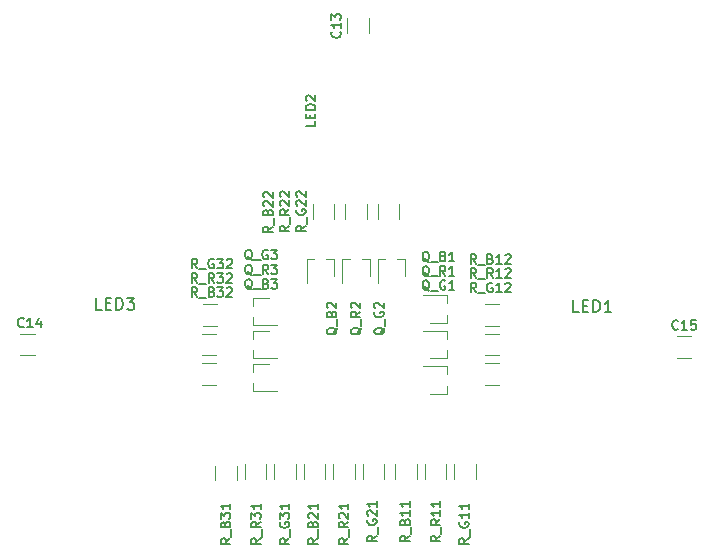
<source format=gto>
G04 #@! TF.GenerationSoftware,KiCad,Pcbnew,5.1.6*
G04 #@! TF.CreationDate,2020-08-29T17:23:06+02:00*
G04 #@! TF.ProjectId,ESP32_lamp,45535033-325f-46c6-916d-702e6b696361,rev?*
G04 #@! TF.SameCoordinates,Original*
G04 #@! TF.FileFunction,Legend,Top*
G04 #@! TF.FilePolarity,Positive*
%FSLAX46Y46*%
G04 Gerber Fmt 4.6, Leading zero omitted, Abs format (unit mm)*
G04 Created by KiCad (PCBNEW 5.1.6) date 2020-08-29 17:23:06*
%MOMM*%
%LPD*%
G01*
G04 APERTURE LIST*
%ADD10C,0.120000*%
%ADD11C,0.150000*%
G04 APERTURE END LIST*
D10*
X182197936Y-111110000D02*
X183402064Y-111110000D01*
X182197936Y-109290000D02*
X183402064Y-109290000D01*
X127802064Y-109090000D02*
X126597936Y-109090000D01*
X127802064Y-110910000D02*
X126597936Y-110910000D01*
X156110000Y-83602064D02*
X156110000Y-82397936D01*
X154290000Y-83602064D02*
X154290000Y-82397936D01*
X154090000Y-99352064D02*
X154090000Y-98147936D01*
X155910000Y-99352064D02*
X155910000Y-98147936D01*
X154910000Y-120147936D02*
X154910000Y-121352064D01*
X153090000Y-120147936D02*
X153090000Y-121352064D01*
X165897936Y-109090000D02*
X167102064Y-109090000D01*
X165897936Y-110910000D02*
X167102064Y-110910000D01*
X162660000Y-120147936D02*
X162660000Y-121352064D01*
X160840000Y-120147936D02*
X160840000Y-121352064D01*
X156840000Y-99352064D02*
X156840000Y-98147936D01*
X158660000Y-99352064D02*
X158660000Y-98147936D01*
X157410000Y-120147936D02*
X157410000Y-121352064D01*
X155590000Y-120147936D02*
X155590000Y-121352064D01*
X165897936Y-111590000D02*
X167102064Y-111590000D01*
X165897936Y-113410000D02*
X167102064Y-113410000D01*
X165160000Y-120147936D02*
X165160000Y-121352064D01*
X163340000Y-120147936D02*
X163340000Y-121352064D01*
X151340000Y-99352064D02*
X151340000Y-98147936D01*
X153160000Y-99352064D02*
X153160000Y-98147936D01*
X152410000Y-120147936D02*
X152410000Y-121352064D01*
X150590000Y-120147936D02*
X150590000Y-121352064D01*
X165897936Y-106590000D02*
X167102064Y-106590000D01*
X165897936Y-108410000D02*
X167102064Y-108410000D01*
X160160000Y-120147936D02*
X160160000Y-121352064D01*
X158340000Y-120147936D02*
X158340000Y-121352064D01*
X143252064Y-108410000D02*
X142047936Y-108410000D01*
X143252064Y-106590000D02*
X142047936Y-106590000D01*
X143202064Y-110910000D02*
X141997936Y-110910000D01*
X143202064Y-109090000D02*
X141997936Y-109090000D01*
X143202064Y-113410000D02*
X141997936Y-113410000D01*
X143202064Y-111590000D02*
X141997936Y-111590000D01*
X149910000Y-120147936D02*
X149910000Y-121352064D01*
X148090000Y-120147936D02*
X148090000Y-121352064D01*
X147410000Y-120147936D02*
X147410000Y-121352064D01*
X145590000Y-120147936D02*
X145590000Y-121352064D01*
X144910000Y-120247936D02*
X144910000Y-121452064D01*
X143090000Y-120247936D02*
X143090000Y-121452064D01*
X155500000Y-102770000D02*
X156160000Y-102770000D01*
X153840000Y-102770000D02*
X154500000Y-102770000D01*
X153840000Y-102770000D02*
X153840000Y-104800000D01*
X156160000Y-104180000D02*
X156160000Y-102770000D01*
X162730000Y-110500000D02*
X162730000Y-111160000D01*
X162730000Y-108840000D02*
X162730000Y-109500000D01*
X162730000Y-108840000D02*
X160700000Y-108840000D01*
X161320000Y-111160000D02*
X162730000Y-111160000D01*
X158500000Y-102770000D02*
X159160000Y-102770000D01*
X156840000Y-102770000D02*
X157500000Y-102770000D01*
X156840000Y-102770000D02*
X156840000Y-104800000D01*
X159160000Y-104180000D02*
X159160000Y-102770000D01*
X162730000Y-113500000D02*
X162730000Y-114160000D01*
X162730000Y-111840000D02*
X162730000Y-112500000D01*
X162730000Y-111840000D02*
X160700000Y-111840000D01*
X161320000Y-114160000D02*
X162730000Y-114160000D01*
X152500000Y-102770000D02*
X153160000Y-102770000D01*
X150840000Y-102770000D02*
X151500000Y-102770000D01*
X150840000Y-102770000D02*
X150840000Y-104800000D01*
X153160000Y-104180000D02*
X153160000Y-102770000D01*
X162730000Y-107500000D02*
X162730000Y-108160000D01*
X162730000Y-105840000D02*
X162730000Y-106500000D01*
X162730000Y-105840000D02*
X160700000Y-105840000D01*
X161320000Y-108160000D02*
X162730000Y-108160000D01*
X146270000Y-106700000D02*
X146270000Y-106040000D01*
X146270000Y-108360000D02*
X146270000Y-107700000D01*
X146270000Y-108360000D02*
X148300000Y-108360000D01*
X147680000Y-106040000D02*
X146270000Y-106040000D01*
X146270000Y-109500000D02*
X146270000Y-108840000D01*
X146270000Y-111160000D02*
X146270000Y-110500000D01*
X146270000Y-111160000D02*
X148300000Y-111160000D01*
X147680000Y-108840000D02*
X146270000Y-108840000D01*
X146270000Y-112300000D02*
X146270000Y-111640000D01*
X146270000Y-113960000D02*
X146270000Y-113300000D01*
X146270000Y-113960000D02*
X148300000Y-113960000D01*
X147680000Y-111640000D02*
X146270000Y-111640000D01*
D11*
X133480952Y-107052380D02*
X133004761Y-107052380D01*
X133004761Y-106052380D01*
X133814285Y-106528571D02*
X134147619Y-106528571D01*
X134290476Y-107052380D02*
X133814285Y-107052380D01*
X133814285Y-106052380D01*
X134290476Y-106052380D01*
X134719047Y-107052380D02*
X134719047Y-106052380D01*
X134957142Y-106052380D01*
X135100000Y-106100000D01*
X135195238Y-106195238D01*
X135242857Y-106290476D01*
X135290476Y-106480952D01*
X135290476Y-106623809D01*
X135242857Y-106814285D01*
X135195238Y-106909523D01*
X135100000Y-107004761D01*
X134957142Y-107052380D01*
X134719047Y-107052380D01*
X135623809Y-106052380D02*
X136242857Y-106052380D01*
X135909523Y-106433333D01*
X136052380Y-106433333D01*
X136147619Y-106480952D01*
X136195238Y-106528571D01*
X136242857Y-106623809D01*
X136242857Y-106861904D01*
X136195238Y-106957142D01*
X136147619Y-107004761D01*
X136052380Y-107052380D01*
X135766666Y-107052380D01*
X135671428Y-107004761D01*
X135623809Y-106957142D01*
X173880952Y-107252380D02*
X173404761Y-107252380D01*
X173404761Y-106252380D01*
X174214285Y-106728571D02*
X174547619Y-106728571D01*
X174690476Y-107252380D02*
X174214285Y-107252380D01*
X174214285Y-106252380D01*
X174690476Y-106252380D01*
X175119047Y-107252380D02*
X175119047Y-106252380D01*
X175357142Y-106252380D01*
X175500000Y-106300000D01*
X175595238Y-106395238D01*
X175642857Y-106490476D01*
X175690476Y-106680952D01*
X175690476Y-106823809D01*
X175642857Y-107014285D01*
X175595238Y-107109523D01*
X175500000Y-107204761D01*
X175357142Y-107252380D01*
X175119047Y-107252380D01*
X176642857Y-107252380D02*
X176071428Y-107252380D01*
X176357142Y-107252380D02*
X176357142Y-106252380D01*
X176261904Y-106395238D01*
X176166666Y-106490476D01*
X176071428Y-106538095D01*
X151561904Y-91095238D02*
X151561904Y-91476190D01*
X150761904Y-91476190D01*
X151142857Y-90828571D02*
X151142857Y-90561904D01*
X151561904Y-90447619D02*
X151561904Y-90828571D01*
X150761904Y-90828571D01*
X150761904Y-90447619D01*
X151561904Y-90104761D02*
X150761904Y-90104761D01*
X150761904Y-89914285D01*
X150800000Y-89800000D01*
X150876190Y-89723809D01*
X150952380Y-89685714D01*
X151104761Y-89647619D01*
X151219047Y-89647619D01*
X151371428Y-89685714D01*
X151447619Y-89723809D01*
X151523809Y-89800000D01*
X151561904Y-89914285D01*
X151561904Y-90104761D01*
X150838095Y-89342857D02*
X150800000Y-89304761D01*
X150761904Y-89228571D01*
X150761904Y-89038095D01*
X150800000Y-88961904D01*
X150838095Y-88923809D01*
X150914285Y-88885714D01*
X150990476Y-88885714D01*
X151104761Y-88923809D01*
X151561904Y-89380952D01*
X151561904Y-88885714D01*
X182285714Y-108665714D02*
X182247619Y-108703809D01*
X182133333Y-108741904D01*
X182057142Y-108741904D01*
X181942857Y-108703809D01*
X181866666Y-108627619D01*
X181828571Y-108551428D01*
X181790476Y-108399047D01*
X181790476Y-108284761D01*
X181828571Y-108132380D01*
X181866666Y-108056190D01*
X181942857Y-107980000D01*
X182057142Y-107941904D01*
X182133333Y-107941904D01*
X182247619Y-107980000D01*
X182285714Y-108018095D01*
X183047619Y-108741904D02*
X182590476Y-108741904D01*
X182819047Y-108741904D02*
X182819047Y-107941904D01*
X182742857Y-108056190D01*
X182666666Y-108132380D01*
X182590476Y-108170476D01*
X183771428Y-107941904D02*
X183390476Y-107941904D01*
X183352380Y-108322857D01*
X183390476Y-108284761D01*
X183466666Y-108246666D01*
X183657142Y-108246666D01*
X183733333Y-108284761D01*
X183771428Y-108322857D01*
X183809523Y-108399047D01*
X183809523Y-108589523D01*
X183771428Y-108665714D01*
X183733333Y-108703809D01*
X183657142Y-108741904D01*
X183466666Y-108741904D01*
X183390476Y-108703809D01*
X183352380Y-108665714D01*
X126885714Y-108485714D02*
X126847619Y-108523809D01*
X126733333Y-108561904D01*
X126657142Y-108561904D01*
X126542857Y-108523809D01*
X126466666Y-108447619D01*
X126428571Y-108371428D01*
X126390476Y-108219047D01*
X126390476Y-108104761D01*
X126428571Y-107952380D01*
X126466666Y-107876190D01*
X126542857Y-107800000D01*
X126657142Y-107761904D01*
X126733333Y-107761904D01*
X126847619Y-107800000D01*
X126885714Y-107838095D01*
X127647619Y-108561904D02*
X127190476Y-108561904D01*
X127419047Y-108561904D02*
X127419047Y-107761904D01*
X127342857Y-107876190D01*
X127266666Y-107952380D01*
X127190476Y-107990476D01*
X128333333Y-108028571D02*
X128333333Y-108561904D01*
X128142857Y-107723809D02*
X127952380Y-108295238D01*
X128447619Y-108295238D01*
X153665714Y-83514285D02*
X153703809Y-83552380D01*
X153741904Y-83666666D01*
X153741904Y-83742857D01*
X153703809Y-83857142D01*
X153627619Y-83933333D01*
X153551428Y-83971428D01*
X153399047Y-84009523D01*
X153284761Y-84009523D01*
X153132380Y-83971428D01*
X153056190Y-83933333D01*
X152980000Y-83857142D01*
X152941904Y-83742857D01*
X152941904Y-83666666D01*
X152980000Y-83552380D01*
X153018095Y-83514285D01*
X153741904Y-82752380D02*
X153741904Y-83209523D01*
X153741904Y-82980952D02*
X152941904Y-82980952D01*
X153056190Y-83057142D01*
X153132380Y-83133333D01*
X153170476Y-83209523D01*
X152941904Y-82485714D02*
X152941904Y-81990476D01*
X153246666Y-82257142D01*
X153246666Y-82142857D01*
X153284761Y-82066666D01*
X153322857Y-82028571D01*
X153399047Y-81990476D01*
X153589523Y-81990476D01*
X153665714Y-82028571D01*
X153703809Y-82066666D01*
X153741904Y-82142857D01*
X153741904Y-82371428D01*
X153703809Y-82447619D01*
X153665714Y-82485714D01*
X149361904Y-99969047D02*
X148980952Y-100235714D01*
X149361904Y-100426190D02*
X148561904Y-100426190D01*
X148561904Y-100121428D01*
X148600000Y-100045238D01*
X148638095Y-100007142D01*
X148714285Y-99969047D01*
X148828571Y-99969047D01*
X148904761Y-100007142D01*
X148942857Y-100045238D01*
X148980952Y-100121428D01*
X148980952Y-100426190D01*
X149438095Y-99816666D02*
X149438095Y-99207142D01*
X149361904Y-98559523D02*
X148980952Y-98826190D01*
X149361904Y-99016666D02*
X148561904Y-99016666D01*
X148561904Y-98711904D01*
X148600000Y-98635714D01*
X148638095Y-98597619D01*
X148714285Y-98559523D01*
X148828571Y-98559523D01*
X148904761Y-98597619D01*
X148942857Y-98635714D01*
X148980952Y-98711904D01*
X148980952Y-99016666D01*
X148638095Y-98254761D02*
X148600000Y-98216666D01*
X148561904Y-98140476D01*
X148561904Y-97950000D01*
X148600000Y-97873809D01*
X148638095Y-97835714D01*
X148714285Y-97797619D01*
X148790476Y-97797619D01*
X148904761Y-97835714D01*
X149361904Y-98292857D01*
X149361904Y-97797619D01*
X148638095Y-97492857D02*
X148600000Y-97454761D01*
X148561904Y-97378571D01*
X148561904Y-97188095D01*
X148600000Y-97111904D01*
X148638095Y-97073809D01*
X148714285Y-97035714D01*
X148790476Y-97035714D01*
X148904761Y-97073809D01*
X149361904Y-97530952D01*
X149361904Y-97035714D01*
X154361904Y-126419047D02*
X153980952Y-126685714D01*
X154361904Y-126876190D02*
X153561904Y-126876190D01*
X153561904Y-126571428D01*
X153600000Y-126495238D01*
X153638095Y-126457142D01*
X153714285Y-126419047D01*
X153828571Y-126419047D01*
X153904761Y-126457142D01*
X153942857Y-126495238D01*
X153980952Y-126571428D01*
X153980952Y-126876190D01*
X154438095Y-126266666D02*
X154438095Y-125657142D01*
X154361904Y-125009523D02*
X153980952Y-125276190D01*
X154361904Y-125466666D02*
X153561904Y-125466666D01*
X153561904Y-125161904D01*
X153600000Y-125085714D01*
X153638095Y-125047619D01*
X153714285Y-125009523D01*
X153828571Y-125009523D01*
X153904761Y-125047619D01*
X153942857Y-125085714D01*
X153980952Y-125161904D01*
X153980952Y-125466666D01*
X153638095Y-124704761D02*
X153600000Y-124666666D01*
X153561904Y-124590476D01*
X153561904Y-124400000D01*
X153600000Y-124323809D01*
X153638095Y-124285714D01*
X153714285Y-124247619D01*
X153790476Y-124247619D01*
X153904761Y-124285714D01*
X154361904Y-124742857D01*
X154361904Y-124247619D01*
X154361904Y-123485714D02*
X154361904Y-123942857D01*
X154361904Y-123714285D02*
X153561904Y-123714285D01*
X153676190Y-123790476D01*
X153752380Y-123866666D01*
X153790476Y-123942857D01*
X165180952Y-104361904D02*
X164914285Y-103980952D01*
X164723809Y-104361904D02*
X164723809Y-103561904D01*
X165028571Y-103561904D01*
X165104761Y-103600000D01*
X165142857Y-103638095D01*
X165180952Y-103714285D01*
X165180952Y-103828571D01*
X165142857Y-103904761D01*
X165104761Y-103942857D01*
X165028571Y-103980952D01*
X164723809Y-103980952D01*
X165333333Y-104438095D02*
X165942857Y-104438095D01*
X166590476Y-104361904D02*
X166323809Y-103980952D01*
X166133333Y-104361904D02*
X166133333Y-103561904D01*
X166438095Y-103561904D01*
X166514285Y-103600000D01*
X166552380Y-103638095D01*
X166590476Y-103714285D01*
X166590476Y-103828571D01*
X166552380Y-103904761D01*
X166514285Y-103942857D01*
X166438095Y-103980952D01*
X166133333Y-103980952D01*
X167352380Y-104361904D02*
X166895238Y-104361904D01*
X167123809Y-104361904D02*
X167123809Y-103561904D01*
X167047619Y-103676190D01*
X166971428Y-103752380D01*
X166895238Y-103790476D01*
X167657142Y-103638095D02*
X167695238Y-103600000D01*
X167771428Y-103561904D01*
X167961904Y-103561904D01*
X168038095Y-103600000D01*
X168076190Y-103638095D01*
X168114285Y-103714285D01*
X168114285Y-103790476D01*
X168076190Y-103904761D01*
X167619047Y-104361904D01*
X168114285Y-104361904D01*
X162161904Y-126219047D02*
X161780952Y-126485714D01*
X162161904Y-126676190D02*
X161361904Y-126676190D01*
X161361904Y-126371428D01*
X161400000Y-126295238D01*
X161438095Y-126257142D01*
X161514285Y-126219047D01*
X161628571Y-126219047D01*
X161704761Y-126257142D01*
X161742857Y-126295238D01*
X161780952Y-126371428D01*
X161780952Y-126676190D01*
X162238095Y-126066666D02*
X162238095Y-125457142D01*
X162161904Y-124809523D02*
X161780952Y-125076190D01*
X162161904Y-125266666D02*
X161361904Y-125266666D01*
X161361904Y-124961904D01*
X161400000Y-124885714D01*
X161438095Y-124847619D01*
X161514285Y-124809523D01*
X161628571Y-124809523D01*
X161704761Y-124847619D01*
X161742857Y-124885714D01*
X161780952Y-124961904D01*
X161780952Y-125266666D01*
X162161904Y-124047619D02*
X162161904Y-124504761D01*
X162161904Y-124276190D02*
X161361904Y-124276190D01*
X161476190Y-124352380D01*
X161552380Y-124428571D01*
X161590476Y-124504761D01*
X162161904Y-123285714D02*
X162161904Y-123742857D01*
X162161904Y-123514285D02*
X161361904Y-123514285D01*
X161476190Y-123590476D01*
X161552380Y-123666666D01*
X161590476Y-123742857D01*
X150761904Y-99969047D02*
X150380952Y-100235714D01*
X150761904Y-100426190D02*
X149961904Y-100426190D01*
X149961904Y-100121428D01*
X150000000Y-100045238D01*
X150038095Y-100007142D01*
X150114285Y-99969047D01*
X150228571Y-99969047D01*
X150304761Y-100007142D01*
X150342857Y-100045238D01*
X150380952Y-100121428D01*
X150380952Y-100426190D01*
X150838095Y-99816666D02*
X150838095Y-99207142D01*
X150000000Y-98597619D02*
X149961904Y-98673809D01*
X149961904Y-98788095D01*
X150000000Y-98902380D01*
X150076190Y-98978571D01*
X150152380Y-99016666D01*
X150304761Y-99054761D01*
X150419047Y-99054761D01*
X150571428Y-99016666D01*
X150647619Y-98978571D01*
X150723809Y-98902380D01*
X150761904Y-98788095D01*
X150761904Y-98711904D01*
X150723809Y-98597619D01*
X150685714Y-98559523D01*
X150419047Y-98559523D01*
X150419047Y-98711904D01*
X150038095Y-98254761D02*
X150000000Y-98216666D01*
X149961904Y-98140476D01*
X149961904Y-97950000D01*
X150000000Y-97873809D01*
X150038095Y-97835714D01*
X150114285Y-97797619D01*
X150190476Y-97797619D01*
X150304761Y-97835714D01*
X150761904Y-98292857D01*
X150761904Y-97797619D01*
X150038095Y-97492857D02*
X150000000Y-97454761D01*
X149961904Y-97378571D01*
X149961904Y-97188095D01*
X150000000Y-97111904D01*
X150038095Y-97073809D01*
X150114285Y-97035714D01*
X150190476Y-97035714D01*
X150304761Y-97073809D01*
X150761904Y-97530952D01*
X150761904Y-97035714D01*
X156761904Y-126219047D02*
X156380952Y-126485714D01*
X156761904Y-126676190D02*
X155961904Y-126676190D01*
X155961904Y-126371428D01*
X156000000Y-126295238D01*
X156038095Y-126257142D01*
X156114285Y-126219047D01*
X156228571Y-126219047D01*
X156304761Y-126257142D01*
X156342857Y-126295238D01*
X156380952Y-126371428D01*
X156380952Y-126676190D01*
X156838095Y-126066666D02*
X156838095Y-125457142D01*
X156000000Y-124847619D02*
X155961904Y-124923809D01*
X155961904Y-125038095D01*
X156000000Y-125152380D01*
X156076190Y-125228571D01*
X156152380Y-125266666D01*
X156304761Y-125304761D01*
X156419047Y-125304761D01*
X156571428Y-125266666D01*
X156647619Y-125228571D01*
X156723809Y-125152380D01*
X156761904Y-125038095D01*
X156761904Y-124961904D01*
X156723809Y-124847619D01*
X156685714Y-124809523D01*
X156419047Y-124809523D01*
X156419047Y-124961904D01*
X156038095Y-124504761D02*
X156000000Y-124466666D01*
X155961904Y-124390476D01*
X155961904Y-124200000D01*
X156000000Y-124123809D01*
X156038095Y-124085714D01*
X156114285Y-124047619D01*
X156190476Y-124047619D01*
X156304761Y-124085714D01*
X156761904Y-124542857D01*
X156761904Y-124047619D01*
X156761904Y-123285714D02*
X156761904Y-123742857D01*
X156761904Y-123514285D02*
X155961904Y-123514285D01*
X156076190Y-123590476D01*
X156152380Y-123666666D01*
X156190476Y-123742857D01*
X165180952Y-105561904D02*
X164914285Y-105180952D01*
X164723809Y-105561904D02*
X164723809Y-104761904D01*
X165028571Y-104761904D01*
X165104761Y-104800000D01*
X165142857Y-104838095D01*
X165180952Y-104914285D01*
X165180952Y-105028571D01*
X165142857Y-105104761D01*
X165104761Y-105142857D01*
X165028571Y-105180952D01*
X164723809Y-105180952D01*
X165333333Y-105638095D02*
X165942857Y-105638095D01*
X166552380Y-104800000D02*
X166476190Y-104761904D01*
X166361904Y-104761904D01*
X166247619Y-104800000D01*
X166171428Y-104876190D01*
X166133333Y-104952380D01*
X166095238Y-105104761D01*
X166095238Y-105219047D01*
X166133333Y-105371428D01*
X166171428Y-105447619D01*
X166247619Y-105523809D01*
X166361904Y-105561904D01*
X166438095Y-105561904D01*
X166552380Y-105523809D01*
X166590476Y-105485714D01*
X166590476Y-105219047D01*
X166438095Y-105219047D01*
X167352380Y-105561904D02*
X166895238Y-105561904D01*
X167123809Y-105561904D02*
X167123809Y-104761904D01*
X167047619Y-104876190D01*
X166971428Y-104952380D01*
X166895238Y-104990476D01*
X167657142Y-104838095D02*
X167695238Y-104800000D01*
X167771428Y-104761904D01*
X167961904Y-104761904D01*
X168038095Y-104800000D01*
X168076190Y-104838095D01*
X168114285Y-104914285D01*
X168114285Y-104990476D01*
X168076190Y-105104761D01*
X167619047Y-105561904D01*
X168114285Y-105561904D01*
X164561904Y-126419047D02*
X164180952Y-126685714D01*
X164561904Y-126876190D02*
X163761904Y-126876190D01*
X163761904Y-126571428D01*
X163800000Y-126495238D01*
X163838095Y-126457142D01*
X163914285Y-126419047D01*
X164028571Y-126419047D01*
X164104761Y-126457142D01*
X164142857Y-126495238D01*
X164180952Y-126571428D01*
X164180952Y-126876190D01*
X164638095Y-126266666D02*
X164638095Y-125657142D01*
X163800000Y-125047619D02*
X163761904Y-125123809D01*
X163761904Y-125238095D01*
X163800000Y-125352380D01*
X163876190Y-125428571D01*
X163952380Y-125466666D01*
X164104761Y-125504761D01*
X164219047Y-125504761D01*
X164371428Y-125466666D01*
X164447619Y-125428571D01*
X164523809Y-125352380D01*
X164561904Y-125238095D01*
X164561904Y-125161904D01*
X164523809Y-125047619D01*
X164485714Y-125009523D01*
X164219047Y-125009523D01*
X164219047Y-125161904D01*
X164561904Y-124247619D02*
X164561904Y-124704761D01*
X164561904Y-124476190D02*
X163761904Y-124476190D01*
X163876190Y-124552380D01*
X163952380Y-124628571D01*
X163990476Y-124704761D01*
X164561904Y-123485714D02*
X164561904Y-123942857D01*
X164561904Y-123714285D02*
X163761904Y-123714285D01*
X163876190Y-123790476D01*
X163952380Y-123866666D01*
X163990476Y-123942857D01*
X147961904Y-100019047D02*
X147580952Y-100285714D01*
X147961904Y-100476190D02*
X147161904Y-100476190D01*
X147161904Y-100171428D01*
X147200000Y-100095238D01*
X147238095Y-100057142D01*
X147314285Y-100019047D01*
X147428571Y-100019047D01*
X147504761Y-100057142D01*
X147542857Y-100095238D01*
X147580952Y-100171428D01*
X147580952Y-100476190D01*
X148038095Y-99866666D02*
X148038095Y-99257142D01*
X147542857Y-98800000D02*
X147580952Y-98685714D01*
X147619047Y-98647619D01*
X147695238Y-98609523D01*
X147809523Y-98609523D01*
X147885714Y-98647619D01*
X147923809Y-98685714D01*
X147961904Y-98761904D01*
X147961904Y-99066666D01*
X147161904Y-99066666D01*
X147161904Y-98800000D01*
X147200000Y-98723809D01*
X147238095Y-98685714D01*
X147314285Y-98647619D01*
X147390476Y-98647619D01*
X147466666Y-98685714D01*
X147504761Y-98723809D01*
X147542857Y-98800000D01*
X147542857Y-99066666D01*
X147238095Y-98304761D02*
X147200000Y-98266666D01*
X147161904Y-98190476D01*
X147161904Y-98000000D01*
X147200000Y-97923809D01*
X147238095Y-97885714D01*
X147314285Y-97847619D01*
X147390476Y-97847619D01*
X147504761Y-97885714D01*
X147961904Y-98342857D01*
X147961904Y-97847619D01*
X147238095Y-97542857D02*
X147200000Y-97504761D01*
X147161904Y-97428571D01*
X147161904Y-97238095D01*
X147200000Y-97161904D01*
X147238095Y-97123809D01*
X147314285Y-97085714D01*
X147390476Y-97085714D01*
X147504761Y-97123809D01*
X147961904Y-97580952D01*
X147961904Y-97085714D01*
X151761904Y-126419047D02*
X151380952Y-126685714D01*
X151761904Y-126876190D02*
X150961904Y-126876190D01*
X150961904Y-126571428D01*
X151000000Y-126495238D01*
X151038095Y-126457142D01*
X151114285Y-126419047D01*
X151228571Y-126419047D01*
X151304761Y-126457142D01*
X151342857Y-126495238D01*
X151380952Y-126571428D01*
X151380952Y-126876190D01*
X151838095Y-126266666D02*
X151838095Y-125657142D01*
X151342857Y-125200000D02*
X151380952Y-125085714D01*
X151419047Y-125047619D01*
X151495238Y-125009523D01*
X151609523Y-125009523D01*
X151685714Y-125047619D01*
X151723809Y-125085714D01*
X151761904Y-125161904D01*
X151761904Y-125466666D01*
X150961904Y-125466666D01*
X150961904Y-125200000D01*
X151000000Y-125123809D01*
X151038095Y-125085714D01*
X151114285Y-125047619D01*
X151190476Y-125047619D01*
X151266666Y-125085714D01*
X151304761Y-125123809D01*
X151342857Y-125200000D01*
X151342857Y-125466666D01*
X151038095Y-124704761D02*
X151000000Y-124666666D01*
X150961904Y-124590476D01*
X150961904Y-124400000D01*
X151000000Y-124323809D01*
X151038095Y-124285714D01*
X151114285Y-124247619D01*
X151190476Y-124247619D01*
X151304761Y-124285714D01*
X151761904Y-124742857D01*
X151761904Y-124247619D01*
X151761904Y-123485714D02*
X151761904Y-123942857D01*
X151761904Y-123714285D02*
X150961904Y-123714285D01*
X151076190Y-123790476D01*
X151152380Y-123866666D01*
X151190476Y-123942857D01*
X165180952Y-103161904D02*
X164914285Y-102780952D01*
X164723809Y-103161904D02*
X164723809Y-102361904D01*
X165028571Y-102361904D01*
X165104761Y-102400000D01*
X165142857Y-102438095D01*
X165180952Y-102514285D01*
X165180952Y-102628571D01*
X165142857Y-102704761D01*
X165104761Y-102742857D01*
X165028571Y-102780952D01*
X164723809Y-102780952D01*
X165333333Y-103238095D02*
X165942857Y-103238095D01*
X166400000Y-102742857D02*
X166514285Y-102780952D01*
X166552380Y-102819047D01*
X166590476Y-102895238D01*
X166590476Y-103009523D01*
X166552380Y-103085714D01*
X166514285Y-103123809D01*
X166438095Y-103161904D01*
X166133333Y-103161904D01*
X166133333Y-102361904D01*
X166400000Y-102361904D01*
X166476190Y-102400000D01*
X166514285Y-102438095D01*
X166552380Y-102514285D01*
X166552380Y-102590476D01*
X166514285Y-102666666D01*
X166476190Y-102704761D01*
X166400000Y-102742857D01*
X166133333Y-102742857D01*
X167352380Y-103161904D02*
X166895238Y-103161904D01*
X167123809Y-103161904D02*
X167123809Y-102361904D01*
X167047619Y-102476190D01*
X166971428Y-102552380D01*
X166895238Y-102590476D01*
X167657142Y-102438095D02*
X167695238Y-102400000D01*
X167771428Y-102361904D01*
X167961904Y-102361904D01*
X168038095Y-102400000D01*
X168076190Y-102438095D01*
X168114285Y-102514285D01*
X168114285Y-102590476D01*
X168076190Y-102704761D01*
X167619047Y-103161904D01*
X168114285Y-103161904D01*
X159561904Y-126219047D02*
X159180952Y-126485714D01*
X159561904Y-126676190D02*
X158761904Y-126676190D01*
X158761904Y-126371428D01*
X158800000Y-126295238D01*
X158838095Y-126257142D01*
X158914285Y-126219047D01*
X159028571Y-126219047D01*
X159104761Y-126257142D01*
X159142857Y-126295238D01*
X159180952Y-126371428D01*
X159180952Y-126676190D01*
X159638095Y-126066666D02*
X159638095Y-125457142D01*
X159142857Y-125000000D02*
X159180952Y-124885714D01*
X159219047Y-124847619D01*
X159295238Y-124809523D01*
X159409523Y-124809523D01*
X159485714Y-124847619D01*
X159523809Y-124885714D01*
X159561904Y-124961904D01*
X159561904Y-125266666D01*
X158761904Y-125266666D01*
X158761904Y-125000000D01*
X158800000Y-124923809D01*
X158838095Y-124885714D01*
X158914285Y-124847619D01*
X158990476Y-124847619D01*
X159066666Y-124885714D01*
X159104761Y-124923809D01*
X159142857Y-125000000D01*
X159142857Y-125266666D01*
X159561904Y-124047619D02*
X159561904Y-124504761D01*
X159561904Y-124276190D02*
X158761904Y-124276190D01*
X158876190Y-124352380D01*
X158952380Y-124428571D01*
X158990476Y-124504761D01*
X159561904Y-123285714D02*
X159561904Y-123742857D01*
X159561904Y-123514285D02*
X158761904Y-123514285D01*
X158876190Y-123590476D01*
X158952380Y-123666666D01*
X158990476Y-123742857D01*
X141580952Y-103561904D02*
X141314285Y-103180952D01*
X141123809Y-103561904D02*
X141123809Y-102761904D01*
X141428571Y-102761904D01*
X141504761Y-102800000D01*
X141542857Y-102838095D01*
X141580952Y-102914285D01*
X141580952Y-103028571D01*
X141542857Y-103104761D01*
X141504761Y-103142857D01*
X141428571Y-103180952D01*
X141123809Y-103180952D01*
X141733333Y-103638095D02*
X142342857Y-103638095D01*
X142952380Y-102800000D02*
X142876190Y-102761904D01*
X142761904Y-102761904D01*
X142647619Y-102800000D01*
X142571428Y-102876190D01*
X142533333Y-102952380D01*
X142495238Y-103104761D01*
X142495238Y-103219047D01*
X142533333Y-103371428D01*
X142571428Y-103447619D01*
X142647619Y-103523809D01*
X142761904Y-103561904D01*
X142838095Y-103561904D01*
X142952380Y-103523809D01*
X142990476Y-103485714D01*
X142990476Y-103219047D01*
X142838095Y-103219047D01*
X143257142Y-102761904D02*
X143752380Y-102761904D01*
X143485714Y-103066666D01*
X143600000Y-103066666D01*
X143676190Y-103104761D01*
X143714285Y-103142857D01*
X143752380Y-103219047D01*
X143752380Y-103409523D01*
X143714285Y-103485714D01*
X143676190Y-103523809D01*
X143600000Y-103561904D01*
X143371428Y-103561904D01*
X143295238Y-103523809D01*
X143257142Y-103485714D01*
X144057142Y-102838095D02*
X144095238Y-102800000D01*
X144171428Y-102761904D01*
X144361904Y-102761904D01*
X144438095Y-102800000D01*
X144476190Y-102838095D01*
X144514285Y-102914285D01*
X144514285Y-102990476D01*
X144476190Y-103104761D01*
X144019047Y-103561904D01*
X144514285Y-103561904D01*
X141580952Y-104761904D02*
X141314285Y-104380952D01*
X141123809Y-104761904D02*
X141123809Y-103961904D01*
X141428571Y-103961904D01*
X141504761Y-104000000D01*
X141542857Y-104038095D01*
X141580952Y-104114285D01*
X141580952Y-104228571D01*
X141542857Y-104304761D01*
X141504761Y-104342857D01*
X141428571Y-104380952D01*
X141123809Y-104380952D01*
X141733333Y-104838095D02*
X142342857Y-104838095D01*
X142990476Y-104761904D02*
X142723809Y-104380952D01*
X142533333Y-104761904D02*
X142533333Y-103961904D01*
X142838095Y-103961904D01*
X142914285Y-104000000D01*
X142952380Y-104038095D01*
X142990476Y-104114285D01*
X142990476Y-104228571D01*
X142952380Y-104304761D01*
X142914285Y-104342857D01*
X142838095Y-104380952D01*
X142533333Y-104380952D01*
X143257142Y-103961904D02*
X143752380Y-103961904D01*
X143485714Y-104266666D01*
X143600000Y-104266666D01*
X143676190Y-104304761D01*
X143714285Y-104342857D01*
X143752380Y-104419047D01*
X143752380Y-104609523D01*
X143714285Y-104685714D01*
X143676190Y-104723809D01*
X143600000Y-104761904D01*
X143371428Y-104761904D01*
X143295238Y-104723809D01*
X143257142Y-104685714D01*
X144057142Y-104038095D02*
X144095238Y-104000000D01*
X144171428Y-103961904D01*
X144361904Y-103961904D01*
X144438095Y-104000000D01*
X144476190Y-104038095D01*
X144514285Y-104114285D01*
X144514285Y-104190476D01*
X144476190Y-104304761D01*
X144019047Y-104761904D01*
X144514285Y-104761904D01*
X141580952Y-105961904D02*
X141314285Y-105580952D01*
X141123809Y-105961904D02*
X141123809Y-105161904D01*
X141428571Y-105161904D01*
X141504761Y-105200000D01*
X141542857Y-105238095D01*
X141580952Y-105314285D01*
X141580952Y-105428571D01*
X141542857Y-105504761D01*
X141504761Y-105542857D01*
X141428571Y-105580952D01*
X141123809Y-105580952D01*
X141733333Y-106038095D02*
X142342857Y-106038095D01*
X142800000Y-105542857D02*
X142914285Y-105580952D01*
X142952380Y-105619047D01*
X142990476Y-105695238D01*
X142990476Y-105809523D01*
X142952380Y-105885714D01*
X142914285Y-105923809D01*
X142838095Y-105961904D01*
X142533333Y-105961904D01*
X142533333Y-105161904D01*
X142800000Y-105161904D01*
X142876190Y-105200000D01*
X142914285Y-105238095D01*
X142952380Y-105314285D01*
X142952380Y-105390476D01*
X142914285Y-105466666D01*
X142876190Y-105504761D01*
X142800000Y-105542857D01*
X142533333Y-105542857D01*
X143257142Y-105161904D02*
X143752380Y-105161904D01*
X143485714Y-105466666D01*
X143600000Y-105466666D01*
X143676190Y-105504761D01*
X143714285Y-105542857D01*
X143752380Y-105619047D01*
X143752380Y-105809523D01*
X143714285Y-105885714D01*
X143676190Y-105923809D01*
X143600000Y-105961904D01*
X143371428Y-105961904D01*
X143295238Y-105923809D01*
X143257142Y-105885714D01*
X144057142Y-105238095D02*
X144095238Y-105200000D01*
X144171428Y-105161904D01*
X144361904Y-105161904D01*
X144438095Y-105200000D01*
X144476190Y-105238095D01*
X144514285Y-105314285D01*
X144514285Y-105390476D01*
X144476190Y-105504761D01*
X144019047Y-105961904D01*
X144514285Y-105961904D01*
X149361904Y-126419047D02*
X148980952Y-126685714D01*
X149361904Y-126876190D02*
X148561904Y-126876190D01*
X148561904Y-126571428D01*
X148600000Y-126495238D01*
X148638095Y-126457142D01*
X148714285Y-126419047D01*
X148828571Y-126419047D01*
X148904761Y-126457142D01*
X148942857Y-126495238D01*
X148980952Y-126571428D01*
X148980952Y-126876190D01*
X149438095Y-126266666D02*
X149438095Y-125657142D01*
X148600000Y-125047619D02*
X148561904Y-125123809D01*
X148561904Y-125238095D01*
X148600000Y-125352380D01*
X148676190Y-125428571D01*
X148752380Y-125466666D01*
X148904761Y-125504761D01*
X149019047Y-125504761D01*
X149171428Y-125466666D01*
X149247619Y-125428571D01*
X149323809Y-125352380D01*
X149361904Y-125238095D01*
X149361904Y-125161904D01*
X149323809Y-125047619D01*
X149285714Y-125009523D01*
X149019047Y-125009523D01*
X149019047Y-125161904D01*
X148561904Y-124742857D02*
X148561904Y-124247619D01*
X148866666Y-124514285D01*
X148866666Y-124400000D01*
X148904761Y-124323809D01*
X148942857Y-124285714D01*
X149019047Y-124247619D01*
X149209523Y-124247619D01*
X149285714Y-124285714D01*
X149323809Y-124323809D01*
X149361904Y-124400000D01*
X149361904Y-124628571D01*
X149323809Y-124704761D01*
X149285714Y-124742857D01*
X149361904Y-123485714D02*
X149361904Y-123942857D01*
X149361904Y-123714285D02*
X148561904Y-123714285D01*
X148676190Y-123790476D01*
X148752380Y-123866666D01*
X148790476Y-123942857D01*
X146961904Y-126419047D02*
X146580952Y-126685714D01*
X146961904Y-126876190D02*
X146161904Y-126876190D01*
X146161904Y-126571428D01*
X146200000Y-126495238D01*
X146238095Y-126457142D01*
X146314285Y-126419047D01*
X146428571Y-126419047D01*
X146504761Y-126457142D01*
X146542857Y-126495238D01*
X146580952Y-126571428D01*
X146580952Y-126876190D01*
X147038095Y-126266666D02*
X147038095Y-125657142D01*
X146961904Y-125009523D02*
X146580952Y-125276190D01*
X146961904Y-125466666D02*
X146161904Y-125466666D01*
X146161904Y-125161904D01*
X146200000Y-125085714D01*
X146238095Y-125047619D01*
X146314285Y-125009523D01*
X146428571Y-125009523D01*
X146504761Y-125047619D01*
X146542857Y-125085714D01*
X146580952Y-125161904D01*
X146580952Y-125466666D01*
X146161904Y-124742857D02*
X146161904Y-124247619D01*
X146466666Y-124514285D01*
X146466666Y-124400000D01*
X146504761Y-124323809D01*
X146542857Y-124285714D01*
X146619047Y-124247619D01*
X146809523Y-124247619D01*
X146885714Y-124285714D01*
X146923809Y-124323809D01*
X146961904Y-124400000D01*
X146961904Y-124628571D01*
X146923809Y-124704761D01*
X146885714Y-124742857D01*
X146961904Y-123485714D02*
X146961904Y-123942857D01*
X146961904Y-123714285D02*
X146161904Y-123714285D01*
X146276190Y-123790476D01*
X146352380Y-123866666D01*
X146390476Y-123942857D01*
X144361904Y-126419047D02*
X143980952Y-126685714D01*
X144361904Y-126876190D02*
X143561904Y-126876190D01*
X143561904Y-126571428D01*
X143600000Y-126495238D01*
X143638095Y-126457142D01*
X143714285Y-126419047D01*
X143828571Y-126419047D01*
X143904761Y-126457142D01*
X143942857Y-126495238D01*
X143980952Y-126571428D01*
X143980952Y-126876190D01*
X144438095Y-126266666D02*
X144438095Y-125657142D01*
X143942857Y-125200000D02*
X143980952Y-125085714D01*
X144019047Y-125047619D01*
X144095238Y-125009523D01*
X144209523Y-125009523D01*
X144285714Y-125047619D01*
X144323809Y-125085714D01*
X144361904Y-125161904D01*
X144361904Y-125466666D01*
X143561904Y-125466666D01*
X143561904Y-125200000D01*
X143600000Y-125123809D01*
X143638095Y-125085714D01*
X143714285Y-125047619D01*
X143790476Y-125047619D01*
X143866666Y-125085714D01*
X143904761Y-125123809D01*
X143942857Y-125200000D01*
X143942857Y-125466666D01*
X143561904Y-124742857D02*
X143561904Y-124247619D01*
X143866666Y-124514285D01*
X143866666Y-124400000D01*
X143904761Y-124323809D01*
X143942857Y-124285714D01*
X144019047Y-124247619D01*
X144209523Y-124247619D01*
X144285714Y-124285714D01*
X144323809Y-124323809D01*
X144361904Y-124400000D01*
X144361904Y-124628571D01*
X144323809Y-124704761D01*
X144285714Y-124742857D01*
X144361904Y-123485714D02*
X144361904Y-123942857D01*
X144361904Y-123714285D02*
X143561904Y-123714285D01*
X143676190Y-123790476D01*
X143752380Y-123866666D01*
X143790476Y-123942857D01*
X155438095Y-108580952D02*
X155400000Y-108657142D01*
X155323809Y-108733333D01*
X155209523Y-108847619D01*
X155171428Y-108923809D01*
X155171428Y-109000000D01*
X155361904Y-108961904D02*
X155323809Y-109038095D01*
X155247619Y-109114285D01*
X155095238Y-109152380D01*
X154828571Y-109152380D01*
X154676190Y-109114285D01*
X154600000Y-109038095D01*
X154561904Y-108961904D01*
X154561904Y-108809523D01*
X154600000Y-108733333D01*
X154676190Y-108657142D01*
X154828571Y-108619047D01*
X155095238Y-108619047D01*
X155247619Y-108657142D01*
X155323809Y-108733333D01*
X155361904Y-108809523D01*
X155361904Y-108961904D01*
X155438095Y-108466666D02*
X155438095Y-107857142D01*
X155361904Y-107209523D02*
X154980952Y-107476190D01*
X155361904Y-107666666D02*
X154561904Y-107666666D01*
X154561904Y-107361904D01*
X154600000Y-107285714D01*
X154638095Y-107247619D01*
X154714285Y-107209523D01*
X154828571Y-107209523D01*
X154904761Y-107247619D01*
X154942857Y-107285714D01*
X154980952Y-107361904D01*
X154980952Y-107666666D01*
X154638095Y-106904761D02*
X154600000Y-106866666D01*
X154561904Y-106790476D01*
X154561904Y-106600000D01*
X154600000Y-106523809D01*
X154638095Y-106485714D01*
X154714285Y-106447619D01*
X154790476Y-106447619D01*
X154904761Y-106485714D01*
X155361904Y-106942857D01*
X155361904Y-106447619D01*
X161219047Y-104238095D02*
X161142857Y-104200000D01*
X161066666Y-104123809D01*
X160952380Y-104009523D01*
X160876190Y-103971428D01*
X160800000Y-103971428D01*
X160838095Y-104161904D02*
X160761904Y-104123809D01*
X160685714Y-104047619D01*
X160647619Y-103895238D01*
X160647619Y-103628571D01*
X160685714Y-103476190D01*
X160761904Y-103400000D01*
X160838095Y-103361904D01*
X160990476Y-103361904D01*
X161066666Y-103400000D01*
X161142857Y-103476190D01*
X161180952Y-103628571D01*
X161180952Y-103895238D01*
X161142857Y-104047619D01*
X161066666Y-104123809D01*
X160990476Y-104161904D01*
X160838095Y-104161904D01*
X161333333Y-104238095D02*
X161942857Y-104238095D01*
X162590476Y-104161904D02*
X162323809Y-103780952D01*
X162133333Y-104161904D02*
X162133333Y-103361904D01*
X162438095Y-103361904D01*
X162514285Y-103400000D01*
X162552380Y-103438095D01*
X162590476Y-103514285D01*
X162590476Y-103628571D01*
X162552380Y-103704761D01*
X162514285Y-103742857D01*
X162438095Y-103780952D01*
X162133333Y-103780952D01*
X163352380Y-104161904D02*
X162895238Y-104161904D01*
X163123809Y-104161904D02*
X163123809Y-103361904D01*
X163047619Y-103476190D01*
X162971428Y-103552380D01*
X162895238Y-103590476D01*
X157438095Y-108580952D02*
X157400000Y-108657142D01*
X157323809Y-108733333D01*
X157209523Y-108847619D01*
X157171428Y-108923809D01*
X157171428Y-109000000D01*
X157361904Y-108961904D02*
X157323809Y-109038095D01*
X157247619Y-109114285D01*
X157095238Y-109152380D01*
X156828571Y-109152380D01*
X156676190Y-109114285D01*
X156600000Y-109038095D01*
X156561904Y-108961904D01*
X156561904Y-108809523D01*
X156600000Y-108733333D01*
X156676190Y-108657142D01*
X156828571Y-108619047D01*
X157095238Y-108619047D01*
X157247619Y-108657142D01*
X157323809Y-108733333D01*
X157361904Y-108809523D01*
X157361904Y-108961904D01*
X157438095Y-108466666D02*
X157438095Y-107857142D01*
X156600000Y-107247619D02*
X156561904Y-107323809D01*
X156561904Y-107438095D01*
X156600000Y-107552380D01*
X156676190Y-107628571D01*
X156752380Y-107666666D01*
X156904761Y-107704761D01*
X157019047Y-107704761D01*
X157171428Y-107666666D01*
X157247619Y-107628571D01*
X157323809Y-107552380D01*
X157361904Y-107438095D01*
X157361904Y-107361904D01*
X157323809Y-107247619D01*
X157285714Y-107209523D01*
X157019047Y-107209523D01*
X157019047Y-107361904D01*
X156638095Y-106904761D02*
X156600000Y-106866666D01*
X156561904Y-106790476D01*
X156561904Y-106600000D01*
X156600000Y-106523809D01*
X156638095Y-106485714D01*
X156714285Y-106447619D01*
X156790476Y-106447619D01*
X156904761Y-106485714D01*
X157361904Y-106942857D01*
X157361904Y-106447619D01*
X161219047Y-105438095D02*
X161142857Y-105400000D01*
X161066666Y-105323809D01*
X160952380Y-105209523D01*
X160876190Y-105171428D01*
X160800000Y-105171428D01*
X160838095Y-105361904D02*
X160761904Y-105323809D01*
X160685714Y-105247619D01*
X160647619Y-105095238D01*
X160647619Y-104828571D01*
X160685714Y-104676190D01*
X160761904Y-104600000D01*
X160838095Y-104561904D01*
X160990476Y-104561904D01*
X161066666Y-104600000D01*
X161142857Y-104676190D01*
X161180952Y-104828571D01*
X161180952Y-105095238D01*
X161142857Y-105247619D01*
X161066666Y-105323809D01*
X160990476Y-105361904D01*
X160838095Y-105361904D01*
X161333333Y-105438095D02*
X161942857Y-105438095D01*
X162552380Y-104600000D02*
X162476190Y-104561904D01*
X162361904Y-104561904D01*
X162247619Y-104600000D01*
X162171428Y-104676190D01*
X162133333Y-104752380D01*
X162095238Y-104904761D01*
X162095238Y-105019047D01*
X162133333Y-105171428D01*
X162171428Y-105247619D01*
X162247619Y-105323809D01*
X162361904Y-105361904D01*
X162438095Y-105361904D01*
X162552380Y-105323809D01*
X162590476Y-105285714D01*
X162590476Y-105019047D01*
X162438095Y-105019047D01*
X163352380Y-105361904D02*
X162895238Y-105361904D01*
X163123809Y-105361904D02*
X163123809Y-104561904D01*
X163047619Y-104676190D01*
X162971428Y-104752380D01*
X162895238Y-104790476D01*
X153438095Y-108580952D02*
X153400000Y-108657142D01*
X153323809Y-108733333D01*
X153209523Y-108847619D01*
X153171428Y-108923809D01*
X153171428Y-109000000D01*
X153361904Y-108961904D02*
X153323809Y-109038095D01*
X153247619Y-109114285D01*
X153095238Y-109152380D01*
X152828571Y-109152380D01*
X152676190Y-109114285D01*
X152600000Y-109038095D01*
X152561904Y-108961904D01*
X152561904Y-108809523D01*
X152600000Y-108733333D01*
X152676190Y-108657142D01*
X152828571Y-108619047D01*
X153095238Y-108619047D01*
X153247619Y-108657142D01*
X153323809Y-108733333D01*
X153361904Y-108809523D01*
X153361904Y-108961904D01*
X153438095Y-108466666D02*
X153438095Y-107857142D01*
X152942857Y-107400000D02*
X152980952Y-107285714D01*
X153019047Y-107247619D01*
X153095238Y-107209523D01*
X153209523Y-107209523D01*
X153285714Y-107247619D01*
X153323809Y-107285714D01*
X153361904Y-107361904D01*
X153361904Y-107666666D01*
X152561904Y-107666666D01*
X152561904Y-107400000D01*
X152600000Y-107323809D01*
X152638095Y-107285714D01*
X152714285Y-107247619D01*
X152790476Y-107247619D01*
X152866666Y-107285714D01*
X152904761Y-107323809D01*
X152942857Y-107400000D01*
X152942857Y-107666666D01*
X152638095Y-106904761D02*
X152600000Y-106866666D01*
X152561904Y-106790476D01*
X152561904Y-106600000D01*
X152600000Y-106523809D01*
X152638095Y-106485714D01*
X152714285Y-106447619D01*
X152790476Y-106447619D01*
X152904761Y-106485714D01*
X153361904Y-106942857D01*
X153361904Y-106447619D01*
X161219047Y-103038095D02*
X161142857Y-103000000D01*
X161066666Y-102923809D01*
X160952380Y-102809523D01*
X160876190Y-102771428D01*
X160800000Y-102771428D01*
X160838095Y-102961904D02*
X160761904Y-102923809D01*
X160685714Y-102847619D01*
X160647619Y-102695238D01*
X160647619Y-102428571D01*
X160685714Y-102276190D01*
X160761904Y-102200000D01*
X160838095Y-102161904D01*
X160990476Y-102161904D01*
X161066666Y-102200000D01*
X161142857Y-102276190D01*
X161180952Y-102428571D01*
X161180952Y-102695238D01*
X161142857Y-102847619D01*
X161066666Y-102923809D01*
X160990476Y-102961904D01*
X160838095Y-102961904D01*
X161333333Y-103038095D02*
X161942857Y-103038095D01*
X162400000Y-102542857D02*
X162514285Y-102580952D01*
X162552380Y-102619047D01*
X162590476Y-102695238D01*
X162590476Y-102809523D01*
X162552380Y-102885714D01*
X162514285Y-102923809D01*
X162438095Y-102961904D01*
X162133333Y-102961904D01*
X162133333Y-102161904D01*
X162400000Y-102161904D01*
X162476190Y-102200000D01*
X162514285Y-102238095D01*
X162552380Y-102314285D01*
X162552380Y-102390476D01*
X162514285Y-102466666D01*
X162476190Y-102504761D01*
X162400000Y-102542857D01*
X162133333Y-102542857D01*
X163352380Y-102961904D02*
X162895238Y-102961904D01*
X163123809Y-102961904D02*
X163123809Y-102161904D01*
X163047619Y-102276190D01*
X162971428Y-102352380D01*
X162895238Y-102390476D01*
X146219047Y-102838095D02*
X146142857Y-102800000D01*
X146066666Y-102723809D01*
X145952380Y-102609523D01*
X145876190Y-102571428D01*
X145800000Y-102571428D01*
X145838095Y-102761904D02*
X145761904Y-102723809D01*
X145685714Y-102647619D01*
X145647619Y-102495238D01*
X145647619Y-102228571D01*
X145685714Y-102076190D01*
X145761904Y-102000000D01*
X145838095Y-101961904D01*
X145990476Y-101961904D01*
X146066666Y-102000000D01*
X146142857Y-102076190D01*
X146180952Y-102228571D01*
X146180952Y-102495238D01*
X146142857Y-102647619D01*
X146066666Y-102723809D01*
X145990476Y-102761904D01*
X145838095Y-102761904D01*
X146333333Y-102838095D02*
X146942857Y-102838095D01*
X147552380Y-102000000D02*
X147476190Y-101961904D01*
X147361904Y-101961904D01*
X147247619Y-102000000D01*
X147171428Y-102076190D01*
X147133333Y-102152380D01*
X147095238Y-102304761D01*
X147095238Y-102419047D01*
X147133333Y-102571428D01*
X147171428Y-102647619D01*
X147247619Y-102723809D01*
X147361904Y-102761904D01*
X147438095Y-102761904D01*
X147552380Y-102723809D01*
X147590476Y-102685714D01*
X147590476Y-102419047D01*
X147438095Y-102419047D01*
X147857142Y-101961904D02*
X148352380Y-101961904D01*
X148085714Y-102266666D01*
X148200000Y-102266666D01*
X148276190Y-102304761D01*
X148314285Y-102342857D01*
X148352380Y-102419047D01*
X148352380Y-102609523D01*
X148314285Y-102685714D01*
X148276190Y-102723809D01*
X148200000Y-102761904D01*
X147971428Y-102761904D01*
X147895238Y-102723809D01*
X147857142Y-102685714D01*
X146219047Y-104138095D02*
X146142857Y-104100000D01*
X146066666Y-104023809D01*
X145952380Y-103909523D01*
X145876190Y-103871428D01*
X145800000Y-103871428D01*
X145838095Y-104061904D02*
X145761904Y-104023809D01*
X145685714Y-103947619D01*
X145647619Y-103795238D01*
X145647619Y-103528571D01*
X145685714Y-103376190D01*
X145761904Y-103300000D01*
X145838095Y-103261904D01*
X145990476Y-103261904D01*
X146066666Y-103300000D01*
X146142857Y-103376190D01*
X146180952Y-103528571D01*
X146180952Y-103795238D01*
X146142857Y-103947619D01*
X146066666Y-104023809D01*
X145990476Y-104061904D01*
X145838095Y-104061904D01*
X146333333Y-104138095D02*
X146942857Y-104138095D01*
X147590476Y-104061904D02*
X147323809Y-103680952D01*
X147133333Y-104061904D02*
X147133333Y-103261904D01*
X147438095Y-103261904D01*
X147514285Y-103300000D01*
X147552380Y-103338095D01*
X147590476Y-103414285D01*
X147590476Y-103528571D01*
X147552380Y-103604761D01*
X147514285Y-103642857D01*
X147438095Y-103680952D01*
X147133333Y-103680952D01*
X147857142Y-103261904D02*
X148352380Y-103261904D01*
X148085714Y-103566666D01*
X148200000Y-103566666D01*
X148276190Y-103604761D01*
X148314285Y-103642857D01*
X148352380Y-103719047D01*
X148352380Y-103909523D01*
X148314285Y-103985714D01*
X148276190Y-104023809D01*
X148200000Y-104061904D01*
X147971428Y-104061904D01*
X147895238Y-104023809D01*
X147857142Y-103985714D01*
X146219047Y-105338095D02*
X146142857Y-105300000D01*
X146066666Y-105223809D01*
X145952380Y-105109523D01*
X145876190Y-105071428D01*
X145800000Y-105071428D01*
X145838095Y-105261904D02*
X145761904Y-105223809D01*
X145685714Y-105147619D01*
X145647619Y-104995238D01*
X145647619Y-104728571D01*
X145685714Y-104576190D01*
X145761904Y-104500000D01*
X145838095Y-104461904D01*
X145990476Y-104461904D01*
X146066666Y-104500000D01*
X146142857Y-104576190D01*
X146180952Y-104728571D01*
X146180952Y-104995238D01*
X146142857Y-105147619D01*
X146066666Y-105223809D01*
X145990476Y-105261904D01*
X145838095Y-105261904D01*
X146333333Y-105338095D02*
X146942857Y-105338095D01*
X147400000Y-104842857D02*
X147514285Y-104880952D01*
X147552380Y-104919047D01*
X147590476Y-104995238D01*
X147590476Y-105109523D01*
X147552380Y-105185714D01*
X147514285Y-105223809D01*
X147438095Y-105261904D01*
X147133333Y-105261904D01*
X147133333Y-104461904D01*
X147400000Y-104461904D01*
X147476190Y-104500000D01*
X147514285Y-104538095D01*
X147552380Y-104614285D01*
X147552380Y-104690476D01*
X147514285Y-104766666D01*
X147476190Y-104804761D01*
X147400000Y-104842857D01*
X147133333Y-104842857D01*
X147857142Y-104461904D02*
X148352380Y-104461904D01*
X148085714Y-104766666D01*
X148200000Y-104766666D01*
X148276190Y-104804761D01*
X148314285Y-104842857D01*
X148352380Y-104919047D01*
X148352380Y-105109523D01*
X148314285Y-105185714D01*
X148276190Y-105223809D01*
X148200000Y-105261904D01*
X147971428Y-105261904D01*
X147895238Y-105223809D01*
X147857142Y-105185714D01*
M02*

</source>
